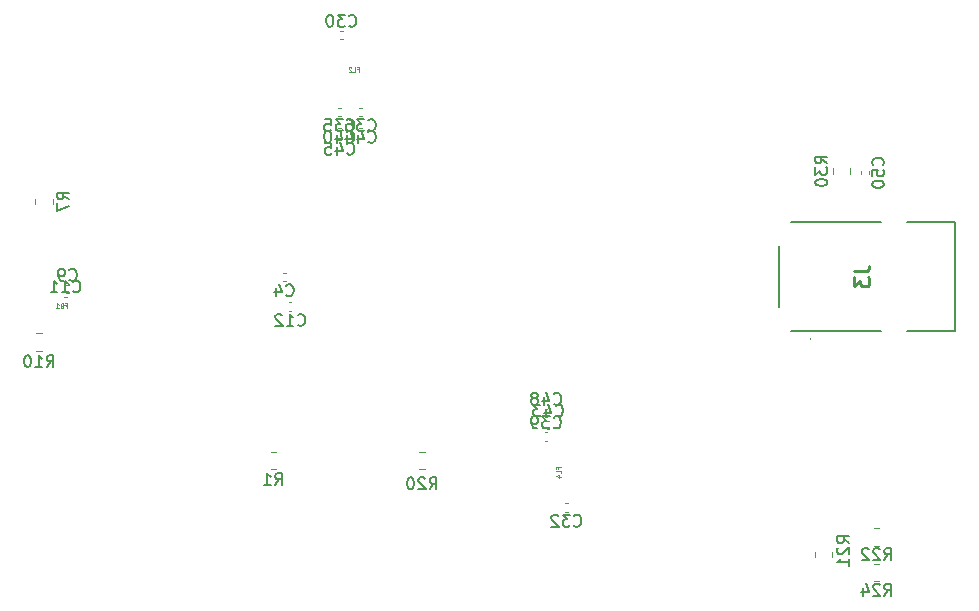
<source format=gbr>
%TF.GenerationSoftware,KiCad,Pcbnew,8.0.2*%
%TF.CreationDate,2025-01-31T23:59:10-08:00*%
%TF.ProjectId,design_revb_2chip,64657369-676e-45f7-9265-76625f326368,rev?*%
%TF.SameCoordinates,Original*%
%TF.FileFunction,Legend,Bot*%
%TF.FilePolarity,Positive*%
%FSLAX46Y46*%
G04 Gerber Fmt 4.6, Leading zero omitted, Abs format (unit mm)*
G04 Created by KiCad (PCBNEW 8.0.2) date 2025-01-31 23:59:10*
%MOMM*%
%LPD*%
G01*
G04 APERTURE LIST*
%ADD10C,0.150000*%
%ADD11C,0.098425*%
%ADD12C,0.254000*%
%ADD13C,0.120000*%
%ADD14C,0.200000*%
%ADD15C,0.100000*%
G04 APERTURE END LIST*
D10*
X205162857Y-63019580D02*
X205210476Y-63067200D01*
X205210476Y-63067200D02*
X205353333Y-63114819D01*
X205353333Y-63114819D02*
X205448571Y-63114819D01*
X205448571Y-63114819D02*
X205591428Y-63067200D01*
X205591428Y-63067200D02*
X205686666Y-62971961D01*
X205686666Y-62971961D02*
X205734285Y-62876723D01*
X205734285Y-62876723D02*
X205781904Y-62686247D01*
X205781904Y-62686247D02*
X205781904Y-62543390D01*
X205781904Y-62543390D02*
X205734285Y-62352914D01*
X205734285Y-62352914D02*
X205686666Y-62257676D01*
X205686666Y-62257676D02*
X205591428Y-62162438D01*
X205591428Y-62162438D02*
X205448571Y-62114819D01*
X205448571Y-62114819D02*
X205353333Y-62114819D01*
X205353333Y-62114819D02*
X205210476Y-62162438D01*
X205210476Y-62162438D02*
X205162857Y-62210057D01*
X204305714Y-62448152D02*
X204305714Y-63114819D01*
X204543809Y-62067200D02*
X204781904Y-62781485D01*
X204781904Y-62781485D02*
X204162857Y-62781485D01*
X203305714Y-62114819D02*
X203781904Y-62114819D01*
X203781904Y-62114819D02*
X203829523Y-62591009D01*
X203829523Y-62591009D02*
X203781904Y-62543390D01*
X203781904Y-62543390D02*
X203686666Y-62495771D01*
X203686666Y-62495771D02*
X203448571Y-62495771D01*
X203448571Y-62495771D02*
X203353333Y-62543390D01*
X203353333Y-62543390D02*
X203305714Y-62591009D01*
X203305714Y-62591009D02*
X203258095Y-62686247D01*
X203258095Y-62686247D02*
X203258095Y-62924342D01*
X203258095Y-62924342D02*
X203305714Y-63019580D01*
X203305714Y-63019580D02*
X203353333Y-63067200D01*
X203353333Y-63067200D02*
X203448571Y-63114819D01*
X203448571Y-63114819D02*
X203686666Y-63114819D01*
X203686666Y-63114819D02*
X203781904Y-63067200D01*
X203781904Y-63067200D02*
X203829523Y-63019580D01*
X205322857Y-52199580D02*
X205370476Y-52247200D01*
X205370476Y-52247200D02*
X205513333Y-52294819D01*
X205513333Y-52294819D02*
X205608571Y-52294819D01*
X205608571Y-52294819D02*
X205751428Y-52247200D01*
X205751428Y-52247200D02*
X205846666Y-52151961D01*
X205846666Y-52151961D02*
X205894285Y-52056723D01*
X205894285Y-52056723D02*
X205941904Y-51866247D01*
X205941904Y-51866247D02*
X205941904Y-51723390D01*
X205941904Y-51723390D02*
X205894285Y-51532914D01*
X205894285Y-51532914D02*
X205846666Y-51437676D01*
X205846666Y-51437676D02*
X205751428Y-51342438D01*
X205751428Y-51342438D02*
X205608571Y-51294819D01*
X205608571Y-51294819D02*
X205513333Y-51294819D01*
X205513333Y-51294819D02*
X205370476Y-51342438D01*
X205370476Y-51342438D02*
X205322857Y-51390057D01*
X204989523Y-51294819D02*
X204370476Y-51294819D01*
X204370476Y-51294819D02*
X204703809Y-51675771D01*
X204703809Y-51675771D02*
X204560952Y-51675771D01*
X204560952Y-51675771D02*
X204465714Y-51723390D01*
X204465714Y-51723390D02*
X204418095Y-51771009D01*
X204418095Y-51771009D02*
X204370476Y-51866247D01*
X204370476Y-51866247D02*
X204370476Y-52104342D01*
X204370476Y-52104342D02*
X204418095Y-52199580D01*
X204418095Y-52199580D02*
X204465714Y-52247200D01*
X204465714Y-52247200D02*
X204560952Y-52294819D01*
X204560952Y-52294819D02*
X204846666Y-52294819D01*
X204846666Y-52294819D02*
X204941904Y-52247200D01*
X204941904Y-52247200D02*
X204989523Y-52199580D01*
X203751428Y-51294819D02*
X203656190Y-51294819D01*
X203656190Y-51294819D02*
X203560952Y-51342438D01*
X203560952Y-51342438D02*
X203513333Y-51390057D01*
X203513333Y-51390057D02*
X203465714Y-51485295D01*
X203465714Y-51485295D02*
X203418095Y-51675771D01*
X203418095Y-51675771D02*
X203418095Y-51913866D01*
X203418095Y-51913866D02*
X203465714Y-52104342D01*
X203465714Y-52104342D02*
X203513333Y-52199580D01*
X203513333Y-52199580D02*
X203560952Y-52247200D01*
X203560952Y-52247200D02*
X203656190Y-52294819D01*
X203656190Y-52294819D02*
X203751428Y-52294819D01*
X203751428Y-52294819D02*
X203846666Y-52247200D01*
X203846666Y-52247200D02*
X203894285Y-52199580D01*
X203894285Y-52199580D02*
X203941904Y-52104342D01*
X203941904Y-52104342D02*
X203989523Y-51913866D01*
X203989523Y-51913866D02*
X203989523Y-51675771D01*
X203989523Y-51675771D02*
X203941904Y-51485295D01*
X203941904Y-51485295D02*
X203894285Y-51390057D01*
X203894285Y-51390057D02*
X203846666Y-51342438D01*
X203846666Y-51342438D02*
X203751428Y-51294819D01*
X224367857Y-94519580D02*
X224415476Y-94567200D01*
X224415476Y-94567200D02*
X224558333Y-94614819D01*
X224558333Y-94614819D02*
X224653571Y-94614819D01*
X224653571Y-94614819D02*
X224796428Y-94567200D01*
X224796428Y-94567200D02*
X224891666Y-94471961D01*
X224891666Y-94471961D02*
X224939285Y-94376723D01*
X224939285Y-94376723D02*
X224986904Y-94186247D01*
X224986904Y-94186247D02*
X224986904Y-94043390D01*
X224986904Y-94043390D02*
X224939285Y-93852914D01*
X224939285Y-93852914D02*
X224891666Y-93757676D01*
X224891666Y-93757676D02*
X224796428Y-93662438D01*
X224796428Y-93662438D02*
X224653571Y-93614819D01*
X224653571Y-93614819D02*
X224558333Y-93614819D01*
X224558333Y-93614819D02*
X224415476Y-93662438D01*
X224415476Y-93662438D02*
X224367857Y-93710057D01*
X224034523Y-93614819D02*
X223415476Y-93614819D01*
X223415476Y-93614819D02*
X223748809Y-93995771D01*
X223748809Y-93995771D02*
X223605952Y-93995771D01*
X223605952Y-93995771D02*
X223510714Y-94043390D01*
X223510714Y-94043390D02*
X223463095Y-94091009D01*
X223463095Y-94091009D02*
X223415476Y-94186247D01*
X223415476Y-94186247D02*
X223415476Y-94424342D01*
X223415476Y-94424342D02*
X223463095Y-94519580D01*
X223463095Y-94519580D02*
X223510714Y-94567200D01*
X223510714Y-94567200D02*
X223605952Y-94614819D01*
X223605952Y-94614819D02*
X223891666Y-94614819D01*
X223891666Y-94614819D02*
X223986904Y-94567200D01*
X223986904Y-94567200D02*
X224034523Y-94519580D01*
X223034523Y-93710057D02*
X222986904Y-93662438D01*
X222986904Y-93662438D02*
X222891666Y-93614819D01*
X222891666Y-93614819D02*
X222653571Y-93614819D01*
X222653571Y-93614819D02*
X222558333Y-93662438D01*
X222558333Y-93662438D02*
X222510714Y-93710057D01*
X222510714Y-93710057D02*
X222463095Y-93805295D01*
X222463095Y-93805295D02*
X222463095Y-93900533D01*
X222463095Y-93900533D02*
X222510714Y-94043390D01*
X222510714Y-94043390D02*
X223082142Y-94614819D01*
X223082142Y-94614819D02*
X222463095Y-94614819D01*
D11*
X181333084Y-75900790D02*
X181464317Y-75900790D01*
X181464317Y-76107014D02*
X181464317Y-75713313D01*
X181464317Y-75713313D02*
X181276841Y-75713313D01*
X180995626Y-75900790D02*
X180939383Y-75919538D01*
X180939383Y-75919538D02*
X180920635Y-75938285D01*
X180920635Y-75938285D02*
X180901887Y-75975781D01*
X180901887Y-75975781D02*
X180901887Y-76032024D01*
X180901887Y-76032024D02*
X180920635Y-76069519D01*
X180920635Y-76069519D02*
X180939383Y-76088267D01*
X180939383Y-76088267D02*
X180976878Y-76107014D01*
X180976878Y-76107014D02*
X181126859Y-76107014D01*
X181126859Y-76107014D02*
X181126859Y-75713313D01*
X181126859Y-75713313D02*
X180995626Y-75713313D01*
X180995626Y-75713313D02*
X180958130Y-75732061D01*
X180958130Y-75732061D02*
X180939383Y-75750809D01*
X180939383Y-75750809D02*
X180920635Y-75788304D01*
X180920635Y-75788304D02*
X180920635Y-75825799D01*
X180920635Y-75825799D02*
X180939383Y-75863295D01*
X180939383Y-75863295D02*
X180958130Y-75882042D01*
X180958130Y-75882042D02*
X180995626Y-75900790D01*
X180995626Y-75900790D02*
X181126859Y-75900790D01*
X180526934Y-76107014D02*
X180751906Y-76107014D01*
X180639420Y-76107014D02*
X180639420Y-75713313D01*
X180639420Y-75713313D02*
X180676915Y-75769556D01*
X180676915Y-75769556D02*
X180714411Y-75807052D01*
X180714411Y-75807052D02*
X180751906Y-75825799D01*
X206030588Y-55900790D02*
X206161821Y-55900790D01*
X206161821Y-56107014D02*
X206161821Y-55713313D01*
X206161821Y-55713313D02*
X205974345Y-55713313D01*
X205636887Y-56107014D02*
X205824363Y-56107014D01*
X205824363Y-56107014D02*
X205824363Y-55713313D01*
X205524401Y-55750809D02*
X205505653Y-55732061D01*
X205505653Y-55732061D02*
X205468158Y-55713313D01*
X205468158Y-55713313D02*
X205374420Y-55713313D01*
X205374420Y-55713313D02*
X205336924Y-55732061D01*
X205336924Y-55732061D02*
X205318177Y-55750809D01*
X205318177Y-55750809D02*
X205299429Y-55788304D01*
X205299429Y-55788304D02*
X205299429Y-55825799D01*
X205299429Y-55825799D02*
X205318177Y-55882042D01*
X205318177Y-55882042D02*
X205543149Y-56107014D01*
X205543149Y-56107014D02*
X205299429Y-56107014D01*
D10*
X250642857Y-97454819D02*
X250976190Y-96978628D01*
X251214285Y-97454819D02*
X251214285Y-96454819D01*
X251214285Y-96454819D02*
X250833333Y-96454819D01*
X250833333Y-96454819D02*
X250738095Y-96502438D01*
X250738095Y-96502438D02*
X250690476Y-96550057D01*
X250690476Y-96550057D02*
X250642857Y-96645295D01*
X250642857Y-96645295D02*
X250642857Y-96788152D01*
X250642857Y-96788152D02*
X250690476Y-96883390D01*
X250690476Y-96883390D02*
X250738095Y-96931009D01*
X250738095Y-96931009D02*
X250833333Y-96978628D01*
X250833333Y-96978628D02*
X251214285Y-96978628D01*
X250261904Y-96550057D02*
X250214285Y-96502438D01*
X250214285Y-96502438D02*
X250119047Y-96454819D01*
X250119047Y-96454819D02*
X249880952Y-96454819D01*
X249880952Y-96454819D02*
X249785714Y-96502438D01*
X249785714Y-96502438D02*
X249738095Y-96550057D01*
X249738095Y-96550057D02*
X249690476Y-96645295D01*
X249690476Y-96645295D02*
X249690476Y-96740533D01*
X249690476Y-96740533D02*
X249738095Y-96883390D01*
X249738095Y-96883390D02*
X250309523Y-97454819D01*
X250309523Y-97454819D02*
X249690476Y-97454819D01*
X249309523Y-96550057D02*
X249261904Y-96502438D01*
X249261904Y-96502438D02*
X249166666Y-96454819D01*
X249166666Y-96454819D02*
X248928571Y-96454819D01*
X248928571Y-96454819D02*
X248833333Y-96502438D01*
X248833333Y-96502438D02*
X248785714Y-96550057D01*
X248785714Y-96550057D02*
X248738095Y-96645295D01*
X248738095Y-96645295D02*
X248738095Y-96740533D01*
X248738095Y-96740533D02*
X248785714Y-96883390D01*
X248785714Y-96883390D02*
X249357142Y-97454819D01*
X249357142Y-97454819D02*
X248738095Y-97454819D01*
X199079166Y-91104819D02*
X199412499Y-90628628D01*
X199650594Y-91104819D02*
X199650594Y-90104819D01*
X199650594Y-90104819D02*
X199269642Y-90104819D01*
X199269642Y-90104819D02*
X199174404Y-90152438D01*
X199174404Y-90152438D02*
X199126785Y-90200057D01*
X199126785Y-90200057D02*
X199079166Y-90295295D01*
X199079166Y-90295295D02*
X199079166Y-90438152D01*
X199079166Y-90438152D02*
X199126785Y-90533390D01*
X199126785Y-90533390D02*
X199174404Y-90581009D01*
X199174404Y-90581009D02*
X199269642Y-90628628D01*
X199269642Y-90628628D02*
X199650594Y-90628628D01*
X198126785Y-91104819D02*
X198698213Y-91104819D01*
X198412499Y-91104819D02*
X198412499Y-90104819D01*
X198412499Y-90104819D02*
X198507737Y-90247676D01*
X198507737Y-90247676D02*
X198602975Y-90342914D01*
X198602975Y-90342914D02*
X198698213Y-90390533D01*
X247671118Y-96012449D02*
X247194927Y-95679116D01*
X247671118Y-95441021D02*
X246671118Y-95441021D01*
X246671118Y-95441021D02*
X246671118Y-95821973D01*
X246671118Y-95821973D02*
X246718737Y-95917211D01*
X246718737Y-95917211D02*
X246766356Y-95964830D01*
X246766356Y-95964830D02*
X246861594Y-96012449D01*
X246861594Y-96012449D02*
X247004451Y-96012449D01*
X247004451Y-96012449D02*
X247099689Y-95964830D01*
X247099689Y-95964830D02*
X247147308Y-95917211D01*
X247147308Y-95917211D02*
X247194927Y-95821973D01*
X247194927Y-95821973D02*
X247194927Y-95441021D01*
X246766356Y-96393402D02*
X246718737Y-96441021D01*
X246718737Y-96441021D02*
X246671118Y-96536259D01*
X246671118Y-96536259D02*
X246671118Y-96774354D01*
X246671118Y-96774354D02*
X246718737Y-96869592D01*
X246718737Y-96869592D02*
X246766356Y-96917211D01*
X246766356Y-96917211D02*
X246861594Y-96964830D01*
X246861594Y-96964830D02*
X246956832Y-96964830D01*
X246956832Y-96964830D02*
X247099689Y-96917211D01*
X247099689Y-96917211D02*
X247671118Y-96345783D01*
X247671118Y-96345783D02*
X247671118Y-96964830D01*
X247671118Y-97917211D02*
X247671118Y-97345783D01*
X247671118Y-97631497D02*
X246671118Y-97631497D01*
X246671118Y-97631497D02*
X246813975Y-97536259D01*
X246813975Y-97536259D02*
X246909213Y-97441021D01*
X246909213Y-97441021D02*
X246956832Y-97345783D01*
X181604819Y-66920833D02*
X181128628Y-66587500D01*
X181604819Y-66349405D02*
X180604819Y-66349405D01*
X180604819Y-66349405D02*
X180604819Y-66730357D01*
X180604819Y-66730357D02*
X180652438Y-66825595D01*
X180652438Y-66825595D02*
X180700057Y-66873214D01*
X180700057Y-66873214D02*
X180795295Y-66920833D01*
X180795295Y-66920833D02*
X180938152Y-66920833D01*
X180938152Y-66920833D02*
X181033390Y-66873214D01*
X181033390Y-66873214D02*
X181081009Y-66825595D01*
X181081009Y-66825595D02*
X181128628Y-66730357D01*
X181128628Y-66730357D02*
X181128628Y-66349405D01*
X180604819Y-67254167D02*
X180604819Y-67920833D01*
X180604819Y-67920833D02*
X181604819Y-67492262D01*
X179730357Y-81104819D02*
X180063690Y-80628628D01*
X180301785Y-81104819D02*
X180301785Y-80104819D01*
X180301785Y-80104819D02*
X179920833Y-80104819D01*
X179920833Y-80104819D02*
X179825595Y-80152438D01*
X179825595Y-80152438D02*
X179777976Y-80200057D01*
X179777976Y-80200057D02*
X179730357Y-80295295D01*
X179730357Y-80295295D02*
X179730357Y-80438152D01*
X179730357Y-80438152D02*
X179777976Y-80533390D01*
X179777976Y-80533390D02*
X179825595Y-80581009D01*
X179825595Y-80581009D02*
X179920833Y-80628628D01*
X179920833Y-80628628D02*
X180301785Y-80628628D01*
X178777976Y-81104819D02*
X179349404Y-81104819D01*
X179063690Y-81104819D02*
X179063690Y-80104819D01*
X179063690Y-80104819D02*
X179158928Y-80247676D01*
X179158928Y-80247676D02*
X179254166Y-80342914D01*
X179254166Y-80342914D02*
X179349404Y-80390533D01*
X178158928Y-80104819D02*
X178063690Y-80104819D01*
X178063690Y-80104819D02*
X177968452Y-80152438D01*
X177968452Y-80152438D02*
X177920833Y-80200057D01*
X177920833Y-80200057D02*
X177873214Y-80295295D01*
X177873214Y-80295295D02*
X177825595Y-80485771D01*
X177825595Y-80485771D02*
X177825595Y-80723866D01*
X177825595Y-80723866D02*
X177873214Y-80914342D01*
X177873214Y-80914342D02*
X177920833Y-81009580D01*
X177920833Y-81009580D02*
X177968452Y-81057200D01*
X177968452Y-81057200D02*
X178063690Y-81104819D01*
X178063690Y-81104819D02*
X178158928Y-81104819D01*
X178158928Y-81104819D02*
X178254166Y-81057200D01*
X178254166Y-81057200D02*
X178301785Y-81009580D01*
X178301785Y-81009580D02*
X178349404Y-80914342D01*
X178349404Y-80914342D02*
X178397023Y-80723866D01*
X178397023Y-80723866D02*
X178397023Y-80485771D01*
X178397023Y-80485771D02*
X178349404Y-80295295D01*
X178349404Y-80295295D02*
X178301785Y-80200057D01*
X178301785Y-80200057D02*
X178254166Y-80152438D01*
X178254166Y-80152438D02*
X178158928Y-80104819D01*
X205142857Y-61019580D02*
X205190476Y-61067200D01*
X205190476Y-61067200D02*
X205333333Y-61114819D01*
X205333333Y-61114819D02*
X205428571Y-61114819D01*
X205428571Y-61114819D02*
X205571428Y-61067200D01*
X205571428Y-61067200D02*
X205666666Y-60971961D01*
X205666666Y-60971961D02*
X205714285Y-60876723D01*
X205714285Y-60876723D02*
X205761904Y-60686247D01*
X205761904Y-60686247D02*
X205761904Y-60543390D01*
X205761904Y-60543390D02*
X205714285Y-60352914D01*
X205714285Y-60352914D02*
X205666666Y-60257676D01*
X205666666Y-60257676D02*
X205571428Y-60162438D01*
X205571428Y-60162438D02*
X205428571Y-60114819D01*
X205428571Y-60114819D02*
X205333333Y-60114819D01*
X205333333Y-60114819D02*
X205190476Y-60162438D01*
X205190476Y-60162438D02*
X205142857Y-60210057D01*
X204809523Y-60114819D02*
X204190476Y-60114819D01*
X204190476Y-60114819D02*
X204523809Y-60495771D01*
X204523809Y-60495771D02*
X204380952Y-60495771D01*
X204380952Y-60495771D02*
X204285714Y-60543390D01*
X204285714Y-60543390D02*
X204238095Y-60591009D01*
X204238095Y-60591009D02*
X204190476Y-60686247D01*
X204190476Y-60686247D02*
X204190476Y-60924342D01*
X204190476Y-60924342D02*
X204238095Y-61019580D01*
X204238095Y-61019580D02*
X204285714Y-61067200D01*
X204285714Y-61067200D02*
X204380952Y-61114819D01*
X204380952Y-61114819D02*
X204666666Y-61114819D01*
X204666666Y-61114819D02*
X204761904Y-61067200D01*
X204761904Y-61067200D02*
X204809523Y-61019580D01*
X203285714Y-60114819D02*
X203761904Y-60114819D01*
X203761904Y-60114819D02*
X203809523Y-60591009D01*
X203809523Y-60591009D02*
X203761904Y-60543390D01*
X203761904Y-60543390D02*
X203666666Y-60495771D01*
X203666666Y-60495771D02*
X203428571Y-60495771D01*
X203428571Y-60495771D02*
X203333333Y-60543390D01*
X203333333Y-60543390D02*
X203285714Y-60591009D01*
X203285714Y-60591009D02*
X203238095Y-60686247D01*
X203238095Y-60686247D02*
X203238095Y-60924342D01*
X203238095Y-60924342D02*
X203285714Y-61019580D01*
X203285714Y-61019580D02*
X203333333Y-61067200D01*
X203333333Y-61067200D02*
X203428571Y-61114819D01*
X203428571Y-61114819D02*
X203666666Y-61114819D01*
X203666666Y-61114819D02*
X203761904Y-61067200D01*
X203761904Y-61067200D02*
X203809523Y-61019580D01*
X245804819Y-63857142D02*
X245328628Y-63523809D01*
X245804819Y-63285714D02*
X244804819Y-63285714D01*
X244804819Y-63285714D02*
X244804819Y-63666666D01*
X244804819Y-63666666D02*
X244852438Y-63761904D01*
X244852438Y-63761904D02*
X244900057Y-63809523D01*
X244900057Y-63809523D02*
X244995295Y-63857142D01*
X244995295Y-63857142D02*
X245138152Y-63857142D01*
X245138152Y-63857142D02*
X245233390Y-63809523D01*
X245233390Y-63809523D02*
X245281009Y-63761904D01*
X245281009Y-63761904D02*
X245328628Y-63666666D01*
X245328628Y-63666666D02*
X245328628Y-63285714D01*
X244804819Y-64190476D02*
X244804819Y-64809523D01*
X244804819Y-64809523D02*
X245185771Y-64476190D01*
X245185771Y-64476190D02*
X245185771Y-64619047D01*
X245185771Y-64619047D02*
X245233390Y-64714285D01*
X245233390Y-64714285D02*
X245281009Y-64761904D01*
X245281009Y-64761904D02*
X245376247Y-64809523D01*
X245376247Y-64809523D02*
X245614342Y-64809523D01*
X245614342Y-64809523D02*
X245709580Y-64761904D01*
X245709580Y-64761904D02*
X245757200Y-64714285D01*
X245757200Y-64714285D02*
X245804819Y-64619047D01*
X245804819Y-64619047D02*
X245804819Y-64333333D01*
X245804819Y-64333333D02*
X245757200Y-64238095D01*
X245757200Y-64238095D02*
X245709580Y-64190476D01*
X244804819Y-65428571D02*
X244804819Y-65523809D01*
X244804819Y-65523809D02*
X244852438Y-65619047D01*
X244852438Y-65619047D02*
X244900057Y-65666666D01*
X244900057Y-65666666D02*
X244995295Y-65714285D01*
X244995295Y-65714285D02*
X245185771Y-65761904D01*
X245185771Y-65761904D02*
X245423866Y-65761904D01*
X245423866Y-65761904D02*
X245614342Y-65714285D01*
X245614342Y-65714285D02*
X245709580Y-65666666D01*
X245709580Y-65666666D02*
X245757200Y-65619047D01*
X245757200Y-65619047D02*
X245804819Y-65523809D01*
X245804819Y-65523809D02*
X245804819Y-65428571D01*
X245804819Y-65428571D02*
X245757200Y-65333333D01*
X245757200Y-65333333D02*
X245709580Y-65285714D01*
X245709580Y-65285714D02*
X245614342Y-65238095D01*
X245614342Y-65238095D02*
X245423866Y-65190476D01*
X245423866Y-65190476D02*
X245185771Y-65190476D01*
X245185771Y-65190476D02*
X244995295Y-65238095D01*
X244995295Y-65238095D02*
X244900057Y-65285714D01*
X244900057Y-65285714D02*
X244852438Y-65333333D01*
X244852438Y-65333333D02*
X244804819Y-65428571D01*
X250519580Y-64012142D02*
X250567200Y-63964523D01*
X250567200Y-63964523D02*
X250614819Y-63821666D01*
X250614819Y-63821666D02*
X250614819Y-63726428D01*
X250614819Y-63726428D02*
X250567200Y-63583571D01*
X250567200Y-63583571D02*
X250471961Y-63488333D01*
X250471961Y-63488333D02*
X250376723Y-63440714D01*
X250376723Y-63440714D02*
X250186247Y-63393095D01*
X250186247Y-63393095D02*
X250043390Y-63393095D01*
X250043390Y-63393095D02*
X249852914Y-63440714D01*
X249852914Y-63440714D02*
X249757676Y-63488333D01*
X249757676Y-63488333D02*
X249662438Y-63583571D01*
X249662438Y-63583571D02*
X249614819Y-63726428D01*
X249614819Y-63726428D02*
X249614819Y-63821666D01*
X249614819Y-63821666D02*
X249662438Y-63964523D01*
X249662438Y-63964523D02*
X249710057Y-64012142D01*
X249614819Y-64916904D02*
X249614819Y-64440714D01*
X249614819Y-64440714D02*
X250091009Y-64393095D01*
X250091009Y-64393095D02*
X250043390Y-64440714D01*
X250043390Y-64440714D02*
X249995771Y-64535952D01*
X249995771Y-64535952D02*
X249995771Y-64774047D01*
X249995771Y-64774047D02*
X250043390Y-64869285D01*
X250043390Y-64869285D02*
X250091009Y-64916904D01*
X250091009Y-64916904D02*
X250186247Y-64964523D01*
X250186247Y-64964523D02*
X250424342Y-64964523D01*
X250424342Y-64964523D02*
X250519580Y-64916904D01*
X250519580Y-64916904D02*
X250567200Y-64869285D01*
X250567200Y-64869285D02*
X250614819Y-64774047D01*
X250614819Y-64774047D02*
X250614819Y-64535952D01*
X250614819Y-64535952D02*
X250567200Y-64440714D01*
X250567200Y-64440714D02*
X250519580Y-64393095D01*
X249614819Y-65583571D02*
X249614819Y-65678809D01*
X249614819Y-65678809D02*
X249662438Y-65774047D01*
X249662438Y-65774047D02*
X249710057Y-65821666D01*
X249710057Y-65821666D02*
X249805295Y-65869285D01*
X249805295Y-65869285D02*
X249995771Y-65916904D01*
X249995771Y-65916904D02*
X250233866Y-65916904D01*
X250233866Y-65916904D02*
X250424342Y-65869285D01*
X250424342Y-65869285D02*
X250519580Y-65821666D01*
X250519580Y-65821666D02*
X250567200Y-65774047D01*
X250567200Y-65774047D02*
X250614819Y-65678809D01*
X250614819Y-65678809D02*
X250614819Y-65583571D01*
X250614819Y-65583571D02*
X250567200Y-65488333D01*
X250567200Y-65488333D02*
X250519580Y-65440714D01*
X250519580Y-65440714D02*
X250424342Y-65393095D01*
X250424342Y-65393095D02*
X250233866Y-65345476D01*
X250233866Y-65345476D02*
X249995771Y-65345476D01*
X249995771Y-65345476D02*
X249805295Y-65393095D01*
X249805295Y-65393095D02*
X249710057Y-65440714D01*
X249710057Y-65440714D02*
X249662438Y-65488333D01*
X249662438Y-65488333D02*
X249614819Y-65583571D01*
X200987857Y-77519580D02*
X201035476Y-77567200D01*
X201035476Y-77567200D02*
X201178333Y-77614819D01*
X201178333Y-77614819D02*
X201273571Y-77614819D01*
X201273571Y-77614819D02*
X201416428Y-77567200D01*
X201416428Y-77567200D02*
X201511666Y-77471961D01*
X201511666Y-77471961D02*
X201559285Y-77376723D01*
X201559285Y-77376723D02*
X201606904Y-77186247D01*
X201606904Y-77186247D02*
X201606904Y-77043390D01*
X201606904Y-77043390D02*
X201559285Y-76852914D01*
X201559285Y-76852914D02*
X201511666Y-76757676D01*
X201511666Y-76757676D02*
X201416428Y-76662438D01*
X201416428Y-76662438D02*
X201273571Y-76614819D01*
X201273571Y-76614819D02*
X201178333Y-76614819D01*
X201178333Y-76614819D02*
X201035476Y-76662438D01*
X201035476Y-76662438D02*
X200987857Y-76710057D01*
X200035476Y-77614819D02*
X200606904Y-77614819D01*
X200321190Y-77614819D02*
X200321190Y-76614819D01*
X200321190Y-76614819D02*
X200416428Y-76757676D01*
X200416428Y-76757676D02*
X200511666Y-76852914D01*
X200511666Y-76852914D02*
X200606904Y-76900533D01*
X199654523Y-76710057D02*
X199606904Y-76662438D01*
X199606904Y-76662438D02*
X199511666Y-76614819D01*
X199511666Y-76614819D02*
X199273571Y-76614819D01*
X199273571Y-76614819D02*
X199178333Y-76662438D01*
X199178333Y-76662438D02*
X199130714Y-76710057D01*
X199130714Y-76710057D02*
X199083095Y-76805295D01*
X199083095Y-76805295D02*
X199083095Y-76900533D01*
X199083095Y-76900533D02*
X199130714Y-77043390D01*
X199130714Y-77043390D02*
X199702142Y-77614819D01*
X199702142Y-77614819D02*
X199083095Y-77614819D01*
X181962857Y-74699580D02*
X182010476Y-74747200D01*
X182010476Y-74747200D02*
X182153333Y-74794819D01*
X182153333Y-74794819D02*
X182248571Y-74794819D01*
X182248571Y-74794819D02*
X182391428Y-74747200D01*
X182391428Y-74747200D02*
X182486666Y-74651961D01*
X182486666Y-74651961D02*
X182534285Y-74556723D01*
X182534285Y-74556723D02*
X182581904Y-74366247D01*
X182581904Y-74366247D02*
X182581904Y-74223390D01*
X182581904Y-74223390D02*
X182534285Y-74032914D01*
X182534285Y-74032914D02*
X182486666Y-73937676D01*
X182486666Y-73937676D02*
X182391428Y-73842438D01*
X182391428Y-73842438D02*
X182248571Y-73794819D01*
X182248571Y-73794819D02*
X182153333Y-73794819D01*
X182153333Y-73794819D02*
X182010476Y-73842438D01*
X182010476Y-73842438D02*
X181962857Y-73890057D01*
X181010476Y-74794819D02*
X181581904Y-74794819D01*
X181296190Y-74794819D02*
X181296190Y-73794819D01*
X181296190Y-73794819D02*
X181391428Y-73937676D01*
X181391428Y-73937676D02*
X181486666Y-74032914D01*
X181486666Y-74032914D02*
X181581904Y-74080533D01*
X180058095Y-74794819D02*
X180629523Y-74794819D01*
X180343809Y-74794819D02*
X180343809Y-73794819D01*
X180343809Y-73794819D02*
X180439047Y-73937676D01*
X180439047Y-73937676D02*
X180534285Y-74032914D01*
X180534285Y-74032914D02*
X180629523Y-74080533D01*
X200011666Y-75019580D02*
X200059285Y-75067200D01*
X200059285Y-75067200D02*
X200202142Y-75114819D01*
X200202142Y-75114819D02*
X200297380Y-75114819D01*
X200297380Y-75114819D02*
X200440237Y-75067200D01*
X200440237Y-75067200D02*
X200535475Y-74971961D01*
X200535475Y-74971961D02*
X200583094Y-74876723D01*
X200583094Y-74876723D02*
X200630713Y-74686247D01*
X200630713Y-74686247D02*
X200630713Y-74543390D01*
X200630713Y-74543390D02*
X200583094Y-74352914D01*
X200583094Y-74352914D02*
X200535475Y-74257676D01*
X200535475Y-74257676D02*
X200440237Y-74162438D01*
X200440237Y-74162438D02*
X200297380Y-74114819D01*
X200297380Y-74114819D02*
X200202142Y-74114819D01*
X200202142Y-74114819D02*
X200059285Y-74162438D01*
X200059285Y-74162438D02*
X200011666Y-74210057D01*
X199154523Y-74448152D02*
X199154523Y-75114819D01*
X199392618Y-74067200D02*
X199630713Y-74781485D01*
X199630713Y-74781485D02*
X199011666Y-74781485D01*
D11*
X223040790Y-89714412D02*
X223040790Y-89583178D01*
X223247014Y-89583178D02*
X222853313Y-89583178D01*
X222853313Y-89583178D02*
X222853313Y-89770655D01*
X223247014Y-90108113D02*
X223247014Y-89920636D01*
X223247014Y-89920636D02*
X222853313Y-89920636D01*
X222984547Y-90408075D02*
X223247014Y-90408075D01*
X222834566Y-90314337D02*
X223115781Y-90220598D01*
X223115781Y-90220598D02*
X223115781Y-90464318D01*
D10*
X205142857Y-62019580D02*
X205190476Y-62067200D01*
X205190476Y-62067200D02*
X205333333Y-62114819D01*
X205333333Y-62114819D02*
X205428571Y-62114819D01*
X205428571Y-62114819D02*
X205571428Y-62067200D01*
X205571428Y-62067200D02*
X205666666Y-61971961D01*
X205666666Y-61971961D02*
X205714285Y-61876723D01*
X205714285Y-61876723D02*
X205761904Y-61686247D01*
X205761904Y-61686247D02*
X205761904Y-61543390D01*
X205761904Y-61543390D02*
X205714285Y-61352914D01*
X205714285Y-61352914D02*
X205666666Y-61257676D01*
X205666666Y-61257676D02*
X205571428Y-61162438D01*
X205571428Y-61162438D02*
X205428571Y-61114819D01*
X205428571Y-61114819D02*
X205333333Y-61114819D01*
X205333333Y-61114819D02*
X205190476Y-61162438D01*
X205190476Y-61162438D02*
X205142857Y-61210057D01*
X204285714Y-61448152D02*
X204285714Y-62114819D01*
X204523809Y-61067200D02*
X204761904Y-61781485D01*
X204761904Y-61781485D02*
X204142857Y-61781485D01*
X203571428Y-61114819D02*
X203476190Y-61114819D01*
X203476190Y-61114819D02*
X203380952Y-61162438D01*
X203380952Y-61162438D02*
X203333333Y-61210057D01*
X203333333Y-61210057D02*
X203285714Y-61305295D01*
X203285714Y-61305295D02*
X203238095Y-61495771D01*
X203238095Y-61495771D02*
X203238095Y-61733866D01*
X203238095Y-61733866D02*
X203285714Y-61924342D01*
X203285714Y-61924342D02*
X203333333Y-62019580D01*
X203333333Y-62019580D02*
X203380952Y-62067200D01*
X203380952Y-62067200D02*
X203476190Y-62114819D01*
X203476190Y-62114819D02*
X203571428Y-62114819D01*
X203571428Y-62114819D02*
X203666666Y-62067200D01*
X203666666Y-62067200D02*
X203714285Y-62019580D01*
X203714285Y-62019580D02*
X203761904Y-61924342D01*
X203761904Y-61924342D02*
X203809523Y-61733866D01*
X203809523Y-61733866D02*
X203809523Y-61495771D01*
X203809523Y-61495771D02*
X203761904Y-61305295D01*
X203761904Y-61305295D02*
X203714285Y-61210057D01*
X203714285Y-61210057D02*
X203666666Y-61162438D01*
X203666666Y-61162438D02*
X203571428Y-61114819D01*
X222662857Y-84199580D02*
X222710476Y-84247200D01*
X222710476Y-84247200D02*
X222853333Y-84294819D01*
X222853333Y-84294819D02*
X222948571Y-84294819D01*
X222948571Y-84294819D02*
X223091428Y-84247200D01*
X223091428Y-84247200D02*
X223186666Y-84151961D01*
X223186666Y-84151961D02*
X223234285Y-84056723D01*
X223234285Y-84056723D02*
X223281904Y-83866247D01*
X223281904Y-83866247D02*
X223281904Y-83723390D01*
X223281904Y-83723390D02*
X223234285Y-83532914D01*
X223234285Y-83532914D02*
X223186666Y-83437676D01*
X223186666Y-83437676D02*
X223091428Y-83342438D01*
X223091428Y-83342438D02*
X222948571Y-83294819D01*
X222948571Y-83294819D02*
X222853333Y-83294819D01*
X222853333Y-83294819D02*
X222710476Y-83342438D01*
X222710476Y-83342438D02*
X222662857Y-83390057D01*
X221805714Y-83628152D02*
X221805714Y-84294819D01*
X222043809Y-83247200D02*
X222281904Y-83961485D01*
X222281904Y-83961485D02*
X221662857Y-83961485D01*
X221139047Y-83723390D02*
X221234285Y-83675771D01*
X221234285Y-83675771D02*
X221281904Y-83628152D01*
X221281904Y-83628152D02*
X221329523Y-83532914D01*
X221329523Y-83532914D02*
X221329523Y-83485295D01*
X221329523Y-83485295D02*
X221281904Y-83390057D01*
X221281904Y-83390057D02*
X221234285Y-83342438D01*
X221234285Y-83342438D02*
X221139047Y-83294819D01*
X221139047Y-83294819D02*
X220948571Y-83294819D01*
X220948571Y-83294819D02*
X220853333Y-83342438D01*
X220853333Y-83342438D02*
X220805714Y-83390057D01*
X220805714Y-83390057D02*
X220758095Y-83485295D01*
X220758095Y-83485295D02*
X220758095Y-83532914D01*
X220758095Y-83532914D02*
X220805714Y-83628152D01*
X220805714Y-83628152D02*
X220853333Y-83675771D01*
X220853333Y-83675771D02*
X220948571Y-83723390D01*
X220948571Y-83723390D02*
X221139047Y-83723390D01*
X221139047Y-83723390D02*
X221234285Y-83771009D01*
X221234285Y-83771009D02*
X221281904Y-83818628D01*
X221281904Y-83818628D02*
X221329523Y-83913866D01*
X221329523Y-83913866D02*
X221329523Y-84104342D01*
X221329523Y-84104342D02*
X221281904Y-84199580D01*
X221281904Y-84199580D02*
X221234285Y-84247200D01*
X221234285Y-84247200D02*
X221139047Y-84294819D01*
X221139047Y-84294819D02*
X220948571Y-84294819D01*
X220948571Y-84294819D02*
X220853333Y-84247200D01*
X220853333Y-84247200D02*
X220805714Y-84199580D01*
X220805714Y-84199580D02*
X220758095Y-84104342D01*
X220758095Y-84104342D02*
X220758095Y-83913866D01*
X220758095Y-83913866D02*
X220805714Y-83818628D01*
X220805714Y-83818628D02*
X220853333Y-83771009D01*
X220853333Y-83771009D02*
X220948571Y-83723390D01*
X222822857Y-85199580D02*
X222870476Y-85247200D01*
X222870476Y-85247200D02*
X223013333Y-85294819D01*
X223013333Y-85294819D02*
X223108571Y-85294819D01*
X223108571Y-85294819D02*
X223251428Y-85247200D01*
X223251428Y-85247200D02*
X223346666Y-85151961D01*
X223346666Y-85151961D02*
X223394285Y-85056723D01*
X223394285Y-85056723D02*
X223441904Y-84866247D01*
X223441904Y-84866247D02*
X223441904Y-84723390D01*
X223441904Y-84723390D02*
X223394285Y-84532914D01*
X223394285Y-84532914D02*
X223346666Y-84437676D01*
X223346666Y-84437676D02*
X223251428Y-84342438D01*
X223251428Y-84342438D02*
X223108571Y-84294819D01*
X223108571Y-84294819D02*
X223013333Y-84294819D01*
X223013333Y-84294819D02*
X222870476Y-84342438D01*
X222870476Y-84342438D02*
X222822857Y-84390057D01*
X221965714Y-84628152D02*
X221965714Y-85294819D01*
X222203809Y-84247200D02*
X222441904Y-84961485D01*
X222441904Y-84961485D02*
X221822857Y-84961485D01*
X221537142Y-84294819D02*
X220918095Y-84294819D01*
X220918095Y-84294819D02*
X221251428Y-84675771D01*
X221251428Y-84675771D02*
X221108571Y-84675771D01*
X221108571Y-84675771D02*
X221013333Y-84723390D01*
X221013333Y-84723390D02*
X220965714Y-84771009D01*
X220965714Y-84771009D02*
X220918095Y-84866247D01*
X220918095Y-84866247D02*
X220918095Y-85104342D01*
X220918095Y-85104342D02*
X220965714Y-85199580D01*
X220965714Y-85199580D02*
X221013333Y-85247200D01*
X221013333Y-85247200D02*
X221108571Y-85294819D01*
X221108571Y-85294819D02*
X221394285Y-85294819D01*
X221394285Y-85294819D02*
X221489523Y-85247200D01*
X221489523Y-85247200D02*
X221537142Y-85199580D01*
X206962857Y-61019580D02*
X207010476Y-61067200D01*
X207010476Y-61067200D02*
X207153333Y-61114819D01*
X207153333Y-61114819D02*
X207248571Y-61114819D01*
X207248571Y-61114819D02*
X207391428Y-61067200D01*
X207391428Y-61067200D02*
X207486666Y-60971961D01*
X207486666Y-60971961D02*
X207534285Y-60876723D01*
X207534285Y-60876723D02*
X207581904Y-60686247D01*
X207581904Y-60686247D02*
X207581904Y-60543390D01*
X207581904Y-60543390D02*
X207534285Y-60352914D01*
X207534285Y-60352914D02*
X207486666Y-60257676D01*
X207486666Y-60257676D02*
X207391428Y-60162438D01*
X207391428Y-60162438D02*
X207248571Y-60114819D01*
X207248571Y-60114819D02*
X207153333Y-60114819D01*
X207153333Y-60114819D02*
X207010476Y-60162438D01*
X207010476Y-60162438D02*
X206962857Y-60210057D01*
X206629523Y-60114819D02*
X206010476Y-60114819D01*
X206010476Y-60114819D02*
X206343809Y-60495771D01*
X206343809Y-60495771D02*
X206200952Y-60495771D01*
X206200952Y-60495771D02*
X206105714Y-60543390D01*
X206105714Y-60543390D02*
X206058095Y-60591009D01*
X206058095Y-60591009D02*
X206010476Y-60686247D01*
X206010476Y-60686247D02*
X206010476Y-60924342D01*
X206010476Y-60924342D02*
X206058095Y-61019580D01*
X206058095Y-61019580D02*
X206105714Y-61067200D01*
X206105714Y-61067200D02*
X206200952Y-61114819D01*
X206200952Y-61114819D02*
X206486666Y-61114819D01*
X206486666Y-61114819D02*
X206581904Y-61067200D01*
X206581904Y-61067200D02*
X206629523Y-61019580D01*
X205153333Y-60114819D02*
X205343809Y-60114819D01*
X205343809Y-60114819D02*
X205439047Y-60162438D01*
X205439047Y-60162438D02*
X205486666Y-60210057D01*
X205486666Y-60210057D02*
X205581904Y-60352914D01*
X205581904Y-60352914D02*
X205629523Y-60543390D01*
X205629523Y-60543390D02*
X205629523Y-60924342D01*
X205629523Y-60924342D02*
X205581904Y-61019580D01*
X205581904Y-61019580D02*
X205534285Y-61067200D01*
X205534285Y-61067200D02*
X205439047Y-61114819D01*
X205439047Y-61114819D02*
X205248571Y-61114819D01*
X205248571Y-61114819D02*
X205153333Y-61067200D01*
X205153333Y-61067200D02*
X205105714Y-61019580D01*
X205105714Y-61019580D02*
X205058095Y-60924342D01*
X205058095Y-60924342D02*
X205058095Y-60686247D01*
X205058095Y-60686247D02*
X205105714Y-60591009D01*
X205105714Y-60591009D02*
X205153333Y-60543390D01*
X205153333Y-60543390D02*
X205248571Y-60495771D01*
X205248571Y-60495771D02*
X205439047Y-60495771D01*
X205439047Y-60495771D02*
X205534285Y-60543390D01*
X205534285Y-60543390D02*
X205581904Y-60591009D01*
X205581904Y-60591009D02*
X205629523Y-60686247D01*
X206962857Y-62019580D02*
X207010476Y-62067200D01*
X207010476Y-62067200D02*
X207153333Y-62114819D01*
X207153333Y-62114819D02*
X207248571Y-62114819D01*
X207248571Y-62114819D02*
X207391428Y-62067200D01*
X207391428Y-62067200D02*
X207486666Y-61971961D01*
X207486666Y-61971961D02*
X207534285Y-61876723D01*
X207534285Y-61876723D02*
X207581904Y-61686247D01*
X207581904Y-61686247D02*
X207581904Y-61543390D01*
X207581904Y-61543390D02*
X207534285Y-61352914D01*
X207534285Y-61352914D02*
X207486666Y-61257676D01*
X207486666Y-61257676D02*
X207391428Y-61162438D01*
X207391428Y-61162438D02*
X207248571Y-61114819D01*
X207248571Y-61114819D02*
X207153333Y-61114819D01*
X207153333Y-61114819D02*
X207010476Y-61162438D01*
X207010476Y-61162438D02*
X206962857Y-61210057D01*
X206105714Y-61448152D02*
X206105714Y-62114819D01*
X206343809Y-61067200D02*
X206581904Y-61781485D01*
X206581904Y-61781485D02*
X205962857Y-61781485D01*
X205153333Y-61448152D02*
X205153333Y-62114819D01*
X205391428Y-61067200D02*
X205629523Y-61781485D01*
X205629523Y-61781485D02*
X205010476Y-61781485D01*
X250642857Y-100454819D02*
X250976190Y-99978628D01*
X251214285Y-100454819D02*
X251214285Y-99454819D01*
X251214285Y-99454819D02*
X250833333Y-99454819D01*
X250833333Y-99454819D02*
X250738095Y-99502438D01*
X250738095Y-99502438D02*
X250690476Y-99550057D01*
X250690476Y-99550057D02*
X250642857Y-99645295D01*
X250642857Y-99645295D02*
X250642857Y-99788152D01*
X250642857Y-99788152D02*
X250690476Y-99883390D01*
X250690476Y-99883390D02*
X250738095Y-99931009D01*
X250738095Y-99931009D02*
X250833333Y-99978628D01*
X250833333Y-99978628D02*
X251214285Y-99978628D01*
X250261904Y-99550057D02*
X250214285Y-99502438D01*
X250214285Y-99502438D02*
X250119047Y-99454819D01*
X250119047Y-99454819D02*
X249880952Y-99454819D01*
X249880952Y-99454819D02*
X249785714Y-99502438D01*
X249785714Y-99502438D02*
X249738095Y-99550057D01*
X249738095Y-99550057D02*
X249690476Y-99645295D01*
X249690476Y-99645295D02*
X249690476Y-99740533D01*
X249690476Y-99740533D02*
X249738095Y-99883390D01*
X249738095Y-99883390D02*
X250309523Y-100454819D01*
X250309523Y-100454819D02*
X249690476Y-100454819D01*
X248833333Y-99788152D02*
X248833333Y-100454819D01*
X249071428Y-99407200D02*
X249309523Y-100121485D01*
X249309523Y-100121485D02*
X248690476Y-100121485D01*
X181646666Y-73699580D02*
X181694285Y-73747200D01*
X181694285Y-73747200D02*
X181837142Y-73794819D01*
X181837142Y-73794819D02*
X181932380Y-73794819D01*
X181932380Y-73794819D02*
X182075237Y-73747200D01*
X182075237Y-73747200D02*
X182170475Y-73651961D01*
X182170475Y-73651961D02*
X182218094Y-73556723D01*
X182218094Y-73556723D02*
X182265713Y-73366247D01*
X182265713Y-73366247D02*
X182265713Y-73223390D01*
X182265713Y-73223390D02*
X182218094Y-73032914D01*
X182218094Y-73032914D02*
X182170475Y-72937676D01*
X182170475Y-72937676D02*
X182075237Y-72842438D01*
X182075237Y-72842438D02*
X181932380Y-72794819D01*
X181932380Y-72794819D02*
X181837142Y-72794819D01*
X181837142Y-72794819D02*
X181694285Y-72842438D01*
X181694285Y-72842438D02*
X181646666Y-72890057D01*
X181170475Y-73794819D02*
X180979999Y-73794819D01*
X180979999Y-73794819D02*
X180884761Y-73747200D01*
X180884761Y-73747200D02*
X180837142Y-73699580D01*
X180837142Y-73699580D02*
X180741904Y-73556723D01*
X180741904Y-73556723D02*
X180694285Y-73366247D01*
X180694285Y-73366247D02*
X180694285Y-72985295D01*
X180694285Y-72985295D02*
X180741904Y-72890057D01*
X180741904Y-72890057D02*
X180789523Y-72842438D01*
X180789523Y-72842438D02*
X180884761Y-72794819D01*
X180884761Y-72794819D02*
X181075237Y-72794819D01*
X181075237Y-72794819D02*
X181170475Y-72842438D01*
X181170475Y-72842438D02*
X181218094Y-72890057D01*
X181218094Y-72890057D02*
X181265713Y-72985295D01*
X181265713Y-72985295D02*
X181265713Y-73223390D01*
X181265713Y-73223390D02*
X181218094Y-73318628D01*
X181218094Y-73318628D02*
X181170475Y-73366247D01*
X181170475Y-73366247D02*
X181075237Y-73413866D01*
X181075237Y-73413866D02*
X180884761Y-73413866D01*
X180884761Y-73413866D02*
X180789523Y-73366247D01*
X180789523Y-73366247D02*
X180741904Y-73318628D01*
X180741904Y-73318628D02*
X180694285Y-73223390D01*
D12*
X248105366Y-72995707D02*
X249012509Y-72995707D01*
X249012509Y-72995707D02*
X249193937Y-72935230D01*
X249193937Y-72935230D02*
X249314890Y-72814278D01*
X249314890Y-72814278D02*
X249375366Y-72632849D01*
X249375366Y-72632849D02*
X249375366Y-72511897D01*
X248105366Y-73479516D02*
X248105366Y-74265707D01*
X248105366Y-74265707D02*
X248589175Y-73842373D01*
X248589175Y-73842373D02*
X248589175Y-74023802D01*
X248589175Y-74023802D02*
X248649651Y-74144754D01*
X248649651Y-74144754D02*
X248710128Y-74205230D01*
X248710128Y-74205230D02*
X248831080Y-74265707D01*
X248831080Y-74265707D02*
X249133461Y-74265707D01*
X249133461Y-74265707D02*
X249254413Y-74205230D01*
X249254413Y-74205230D02*
X249314890Y-74144754D01*
X249314890Y-74144754D02*
X249375366Y-74023802D01*
X249375366Y-74023802D02*
X249375366Y-73660945D01*
X249375366Y-73660945D02*
X249314890Y-73539992D01*
X249314890Y-73539992D02*
X249254413Y-73479516D01*
D10*
X212142857Y-91454819D02*
X212476190Y-90978628D01*
X212714285Y-91454819D02*
X212714285Y-90454819D01*
X212714285Y-90454819D02*
X212333333Y-90454819D01*
X212333333Y-90454819D02*
X212238095Y-90502438D01*
X212238095Y-90502438D02*
X212190476Y-90550057D01*
X212190476Y-90550057D02*
X212142857Y-90645295D01*
X212142857Y-90645295D02*
X212142857Y-90788152D01*
X212142857Y-90788152D02*
X212190476Y-90883390D01*
X212190476Y-90883390D02*
X212238095Y-90931009D01*
X212238095Y-90931009D02*
X212333333Y-90978628D01*
X212333333Y-90978628D02*
X212714285Y-90978628D01*
X211761904Y-90550057D02*
X211714285Y-90502438D01*
X211714285Y-90502438D02*
X211619047Y-90454819D01*
X211619047Y-90454819D02*
X211380952Y-90454819D01*
X211380952Y-90454819D02*
X211285714Y-90502438D01*
X211285714Y-90502438D02*
X211238095Y-90550057D01*
X211238095Y-90550057D02*
X211190476Y-90645295D01*
X211190476Y-90645295D02*
X211190476Y-90740533D01*
X211190476Y-90740533D02*
X211238095Y-90883390D01*
X211238095Y-90883390D02*
X211809523Y-91454819D01*
X211809523Y-91454819D02*
X211190476Y-91454819D01*
X210571428Y-90454819D02*
X210476190Y-90454819D01*
X210476190Y-90454819D02*
X210380952Y-90502438D01*
X210380952Y-90502438D02*
X210333333Y-90550057D01*
X210333333Y-90550057D02*
X210285714Y-90645295D01*
X210285714Y-90645295D02*
X210238095Y-90835771D01*
X210238095Y-90835771D02*
X210238095Y-91073866D01*
X210238095Y-91073866D02*
X210285714Y-91264342D01*
X210285714Y-91264342D02*
X210333333Y-91359580D01*
X210333333Y-91359580D02*
X210380952Y-91407200D01*
X210380952Y-91407200D02*
X210476190Y-91454819D01*
X210476190Y-91454819D02*
X210571428Y-91454819D01*
X210571428Y-91454819D02*
X210666666Y-91407200D01*
X210666666Y-91407200D02*
X210714285Y-91359580D01*
X210714285Y-91359580D02*
X210761904Y-91264342D01*
X210761904Y-91264342D02*
X210809523Y-91073866D01*
X210809523Y-91073866D02*
X210809523Y-90835771D01*
X210809523Y-90835771D02*
X210761904Y-90645295D01*
X210761904Y-90645295D02*
X210714285Y-90550057D01*
X210714285Y-90550057D02*
X210666666Y-90502438D01*
X210666666Y-90502438D02*
X210571428Y-90454819D01*
X222642857Y-86199580D02*
X222690476Y-86247200D01*
X222690476Y-86247200D02*
X222833333Y-86294819D01*
X222833333Y-86294819D02*
X222928571Y-86294819D01*
X222928571Y-86294819D02*
X223071428Y-86247200D01*
X223071428Y-86247200D02*
X223166666Y-86151961D01*
X223166666Y-86151961D02*
X223214285Y-86056723D01*
X223214285Y-86056723D02*
X223261904Y-85866247D01*
X223261904Y-85866247D02*
X223261904Y-85723390D01*
X223261904Y-85723390D02*
X223214285Y-85532914D01*
X223214285Y-85532914D02*
X223166666Y-85437676D01*
X223166666Y-85437676D02*
X223071428Y-85342438D01*
X223071428Y-85342438D02*
X222928571Y-85294819D01*
X222928571Y-85294819D02*
X222833333Y-85294819D01*
X222833333Y-85294819D02*
X222690476Y-85342438D01*
X222690476Y-85342438D02*
X222642857Y-85390057D01*
X222309523Y-85294819D02*
X221690476Y-85294819D01*
X221690476Y-85294819D02*
X222023809Y-85675771D01*
X222023809Y-85675771D02*
X221880952Y-85675771D01*
X221880952Y-85675771D02*
X221785714Y-85723390D01*
X221785714Y-85723390D02*
X221738095Y-85771009D01*
X221738095Y-85771009D02*
X221690476Y-85866247D01*
X221690476Y-85866247D02*
X221690476Y-86104342D01*
X221690476Y-86104342D02*
X221738095Y-86199580D01*
X221738095Y-86199580D02*
X221785714Y-86247200D01*
X221785714Y-86247200D02*
X221880952Y-86294819D01*
X221880952Y-86294819D02*
X222166666Y-86294819D01*
X222166666Y-86294819D02*
X222261904Y-86247200D01*
X222261904Y-86247200D02*
X222309523Y-86199580D01*
X221214285Y-86294819D02*
X221023809Y-86294819D01*
X221023809Y-86294819D02*
X220928571Y-86247200D01*
X220928571Y-86247200D02*
X220880952Y-86199580D01*
X220880952Y-86199580D02*
X220785714Y-86056723D01*
X220785714Y-86056723D02*
X220738095Y-85866247D01*
X220738095Y-85866247D02*
X220738095Y-85485295D01*
X220738095Y-85485295D02*
X220785714Y-85390057D01*
X220785714Y-85390057D02*
X220833333Y-85342438D01*
X220833333Y-85342438D02*
X220928571Y-85294819D01*
X220928571Y-85294819D02*
X221119047Y-85294819D01*
X221119047Y-85294819D02*
X221214285Y-85342438D01*
X221214285Y-85342438D02*
X221261904Y-85390057D01*
X221261904Y-85390057D02*
X221309523Y-85485295D01*
X221309523Y-85485295D02*
X221309523Y-85723390D01*
X221309523Y-85723390D02*
X221261904Y-85818628D01*
X221261904Y-85818628D02*
X221214285Y-85866247D01*
X221214285Y-85866247D02*
X221119047Y-85913866D01*
X221119047Y-85913866D02*
X220928571Y-85913866D01*
X220928571Y-85913866D02*
X220833333Y-85866247D01*
X220833333Y-85866247D02*
X220785714Y-85818628D01*
X220785714Y-85818628D02*
X220738095Y-85723390D01*
D13*
%TO.C,C45*%
X204627836Y-61860000D02*
X204412164Y-61860000D01*
X204627836Y-61140000D02*
X204412164Y-61140000D01*
%TO.C,C30*%
X204572164Y-52640000D02*
X204787836Y-52640000D01*
X204572164Y-53360000D02*
X204787836Y-53360000D01*
%TO.C,C32*%
X223832836Y-93360000D02*
X223617164Y-93360000D01*
X223832836Y-92640000D02*
X223617164Y-92640000D01*
%TO.C,R22*%
X250227064Y-94765000D02*
X249772936Y-94765000D01*
X250227064Y-96235000D02*
X249772936Y-96235000D01*
%TO.C,R1*%
X199139564Y-88265000D02*
X198685436Y-88265000D01*
X199139564Y-89735000D02*
X198685436Y-89735000D01*
%TO.C,R21*%
X244765000Y-97227064D02*
X244765000Y-96772936D01*
X246235000Y-97227064D02*
X246235000Y-96772936D01*
%TO.C,R7*%
X178765000Y-66860436D02*
X178765000Y-67314564D01*
X180235000Y-66860436D02*
X180235000Y-67314564D01*
%TO.C,R10*%
X179314564Y-78265000D02*
X178860436Y-78265000D01*
X179314564Y-79735000D02*
X178860436Y-79735000D01*
%TO.C,C35*%
X204607836Y-59140000D02*
X204392164Y-59140000D01*
X204607836Y-59860000D02*
X204392164Y-59860000D01*
%TO.C,R30*%
X246265000Y-64727064D02*
X246265000Y-64272936D01*
X247735000Y-64727064D02*
X247735000Y-64272936D01*
%TO.C,C50*%
X248640000Y-64547164D02*
X248640000Y-64762836D01*
X249360000Y-64547164D02*
X249360000Y-64762836D01*
%TO.C,C12*%
X200452836Y-75640000D02*
X200237164Y-75640000D01*
X200452836Y-76360000D02*
X200237164Y-76360000D01*
%TO.C,C11*%
X181212164Y-75140000D02*
X181427836Y-75140000D01*
X181212164Y-75860000D02*
X181427836Y-75860000D01*
%TO.C,C4*%
X199952836Y-73140000D02*
X199737164Y-73140000D01*
X199952836Y-73860000D02*
X199737164Y-73860000D01*
%TO.C,C40*%
X204607836Y-60140000D02*
X204392164Y-60140000D01*
X204607836Y-60860000D02*
X204392164Y-60860000D01*
%TO.C,C48*%
X221912164Y-84640000D02*
X222127836Y-84640000D01*
X221912164Y-85360000D02*
X222127836Y-85360000D01*
%TO.C,C43*%
X222072164Y-85640000D02*
X222287836Y-85640000D01*
X222072164Y-86360000D02*
X222287836Y-86360000D01*
%TO.C,C36*%
X206427836Y-59140000D02*
X206212164Y-59140000D01*
X206427836Y-59860000D02*
X206212164Y-59860000D01*
%TO.C,C44*%
X206427836Y-60140000D02*
X206212164Y-60140000D01*
X206427836Y-60860000D02*
X206212164Y-60860000D01*
%TO.C,R24*%
X249772936Y-97765000D02*
X250227064Y-97765000D01*
X249772936Y-99235000D02*
X250227064Y-99235000D01*
%TO.C,C9*%
X181372164Y-74140000D02*
X181587836Y-74140000D01*
X181372164Y-74860000D02*
X181587836Y-74860000D01*
D14*
%TO.C,J3*%
X241751048Y-76019040D02*
X241751048Y-70819040D01*
X242751048Y-68819040D02*
X250351048Y-68819040D01*
D15*
X244351048Y-78619040D02*
X244351048Y-78619040D01*
X244351048Y-78719040D02*
X244351048Y-78719040D01*
D14*
X250351048Y-78019040D02*
X242751048Y-78019040D01*
X252551048Y-68819040D02*
X256601048Y-68819040D01*
X256601048Y-68819040D02*
X256601048Y-78019040D01*
X256601048Y-78019040D02*
X252551048Y-78019040D01*
D15*
X244351048Y-78619040D02*
G75*
G02*
X244351048Y-78719040I0J-50000D01*
G01*
X244351048Y-78719040D02*
G75*
G02*
X244351048Y-78619040I0J50000D01*
G01*
D13*
%TO.C,R20*%
X211272936Y-88265000D02*
X211727064Y-88265000D01*
X211272936Y-89735000D02*
X211727064Y-89735000D01*
%TO.C,C39*%
X221892164Y-86640000D02*
X222107836Y-86640000D01*
X221892164Y-87360000D02*
X222107836Y-87360000D01*
%TD*%
M02*

</source>
